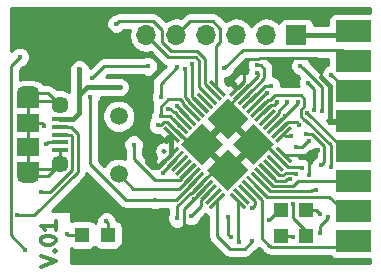
<source format=gtl>
%TF.GenerationSoftware,KiCad,Pcbnew,4.0.7*%
%TF.CreationDate,2017-11-19T11:54:36+08:00*%
%TF.ProjectId,ST-Link V2.1,53542D4C696E6B2056322E312E6B6963,rev?*%
%TF.FileFunction,Copper,L1,Top,Signal*%
%FSLAX46Y46*%
G04 Gerber Fmt 4.6, Leading zero omitted, Abs format (unit mm)*
G04 Created by KiCad (PCBNEW 4.0.7) date 11/19/17 11:54:36*
%MOMM*%
%LPD*%
G01*
G04 APERTURE LIST*
%ADD10C,0.100000*%
%ADD11C,0.325000*%
%ADD12C,0.300000*%
%ADD13R,1.900000X1.500000*%
%ADD14C,1.450000*%
%ADD15R,1.350000X0.400000*%
%ADD16O,1.900000X1.200000*%
%ADD17R,1.900000X1.200000*%
%ADD18R,1.700000X1.700000*%
%ADD19O,1.700000X1.700000*%
%ADD20C,1.500000*%
%ADD21R,1.200000X1.200000*%
%ADD22C,0.453000*%
%ADD23C,0.450000*%
%ADD24C,0.400000*%
%ADD25C,0.250000*%
%ADD26C,0.600000*%
%ADD27C,0.254000*%
G04 APERTURE END LIST*
D10*
D11*
X121888095Y-119755952D02*
X123188095Y-119322619D01*
X121888095Y-118889286D01*
X123064286Y-118455952D02*
X123126190Y-118394047D01*
X123188095Y-118455952D01*
X123126190Y-118517857D01*
X123064286Y-118455952D01*
X123188095Y-118455952D01*
X121888095Y-117589285D02*
X121888095Y-117465476D01*
X121950000Y-117341666D01*
X122011905Y-117279761D01*
X122135714Y-117217857D01*
X122383333Y-117155952D01*
X122692857Y-117155952D01*
X122940476Y-117217857D01*
X123064286Y-117279761D01*
X123126190Y-117341666D01*
X123188095Y-117465476D01*
X123188095Y-117589285D01*
X123126190Y-117713095D01*
X123064286Y-117774999D01*
X122940476Y-117836904D01*
X122692857Y-117898809D01*
X122383333Y-117898809D01*
X122135714Y-117836904D01*
X122011905Y-117774999D01*
X121950000Y-117713095D01*
X121888095Y-117589285D01*
X123188095Y-115917857D02*
X123188095Y-116660714D01*
X123188095Y-116289285D02*
X121888095Y-116289285D01*
X122073810Y-116413095D01*
X122197619Y-116536904D01*
X122259524Y-116660714D01*
D12*
X132400842Y-109997535D02*
G75*
G03X132400842Y-109997535I-72802J0D01*
G01*
D13*
X120820200Y-109600000D03*
D14*
X123520200Y-106100000D03*
D15*
X123520200Y-107950000D03*
X123520200Y-107300000D03*
X123520200Y-109900000D03*
X123520200Y-109250000D03*
X123520200Y-108600000D03*
D14*
X123520200Y-111100000D03*
D13*
X120820200Y-107600000D03*
D16*
X120820200Y-105100000D03*
X120820200Y-112100000D03*
D17*
X120820200Y-111500000D03*
X120820200Y-105700000D03*
D10*
G36*
X146900000Y-100720000D02*
X146900000Y-98920000D01*
X149900000Y-98920000D01*
X149900000Y-100720000D01*
X146900000Y-100720000D01*
X146900000Y-100720000D01*
G37*
G36*
X146900000Y-103260000D02*
X146900000Y-101460000D01*
X149900000Y-101460000D01*
X149900000Y-103260000D01*
X146900000Y-103260000D01*
X146900000Y-103260000D01*
G37*
G36*
X146900000Y-105800000D02*
X146900000Y-104000000D01*
X149900000Y-104000000D01*
X149900000Y-105800000D01*
X146900000Y-105800000D01*
X146900000Y-105800000D01*
G37*
G36*
X146900000Y-108340000D02*
X146900000Y-106540000D01*
X149900000Y-106540000D01*
X149900000Y-108340000D01*
X146900000Y-108340000D01*
X146900000Y-108340000D01*
G37*
G36*
X146900000Y-110880000D02*
X146900000Y-109080000D01*
X149900000Y-109080000D01*
X149900000Y-110880000D01*
X146900000Y-110880000D01*
X146900000Y-110880000D01*
G37*
G36*
X146900000Y-113420000D02*
X146900000Y-111620000D01*
X149900000Y-111620000D01*
X149900000Y-113420000D01*
X146900000Y-113420000D01*
X146900000Y-113420000D01*
G37*
G36*
X146900000Y-115960000D02*
X146900000Y-114160000D01*
X149900000Y-114160000D01*
X149900000Y-115960000D01*
X146900000Y-115960000D01*
X146900000Y-115960000D01*
G37*
G36*
X146900000Y-118500000D02*
X146900000Y-116700000D01*
X149900000Y-116700000D01*
X149900000Y-118500000D01*
X146900000Y-118500000D01*
X146900000Y-118500000D01*
G37*
D18*
X143535400Y-100177600D03*
D19*
X140995400Y-100177600D03*
X138455400Y-100177600D03*
X135915400Y-100177600D03*
X133375400Y-100177600D03*
X130835400Y-100177600D03*
D20*
X128498600Y-111912400D03*
X128498600Y-107032400D03*
D21*
X127592000Y-117068600D03*
X125392000Y-117068600D03*
X144380912Y-117156150D03*
X144380912Y-114956150D03*
X142223600Y-117177000D03*
X142223600Y-114977000D03*
D10*
G36*
X133473553Y-109276285D02*
X132236117Y-108038849D01*
X132448249Y-107826717D01*
X133685685Y-109064153D01*
X133473553Y-109276285D01*
X133473553Y-109276285D01*
G37*
G36*
X133827106Y-108922732D02*
X132589670Y-107685296D01*
X132801802Y-107473164D01*
X134039238Y-108710600D01*
X133827106Y-108922732D01*
X133827106Y-108922732D01*
G37*
G36*
X134180660Y-108569178D02*
X132943224Y-107331742D01*
X133155356Y-107119610D01*
X134392792Y-108357046D01*
X134180660Y-108569178D01*
X134180660Y-108569178D01*
G37*
G36*
X134534213Y-108215625D02*
X133296777Y-106978189D01*
X133508909Y-106766057D01*
X134746345Y-108003493D01*
X134534213Y-108215625D01*
X134534213Y-108215625D01*
G37*
G36*
X134887766Y-107862072D02*
X133650330Y-106624636D01*
X133862462Y-106412504D01*
X135099898Y-107649940D01*
X134887766Y-107862072D01*
X134887766Y-107862072D01*
G37*
G36*
X134216016Y-106058950D02*
X135453452Y-107296386D01*
X135241320Y-107508518D01*
X134003884Y-106271082D01*
X134216016Y-106058950D01*
X134216016Y-106058950D01*
G37*
G36*
X135594873Y-107154965D02*
X134357437Y-105917529D01*
X134569569Y-105705397D01*
X135807005Y-106942833D01*
X135594873Y-107154965D01*
X135594873Y-107154965D01*
G37*
G36*
X135948427Y-106801411D02*
X134710991Y-105563975D01*
X134923123Y-105351843D01*
X136160559Y-106589279D01*
X135948427Y-106801411D01*
X135948427Y-106801411D01*
G37*
G36*
X136301980Y-106447858D02*
X135064544Y-105210422D01*
X135276676Y-104998290D01*
X136514112Y-106235726D01*
X136301980Y-106447858D01*
X136301980Y-106447858D01*
G37*
G36*
X136655533Y-106094305D02*
X135418097Y-104856869D01*
X135630229Y-104644737D01*
X136867665Y-105882173D01*
X136655533Y-106094305D01*
X136655533Y-106094305D01*
G37*
G36*
X137009087Y-105740751D02*
X135771651Y-104503315D01*
X135983783Y-104291183D01*
X137221219Y-105528619D01*
X137009087Y-105740751D01*
X137009087Y-105740751D01*
G37*
G36*
X137362640Y-105387198D02*
X136125204Y-104149762D01*
X136337336Y-103937630D01*
X137574772Y-105175066D01*
X137362640Y-105387198D01*
X137362640Y-105387198D01*
G37*
G36*
X135807005Y-111892581D02*
X134569569Y-113130017D01*
X134357437Y-112917885D01*
X135594873Y-111680449D01*
X135807005Y-111892581D01*
X135807005Y-111892581D01*
G37*
G36*
X135453452Y-111539028D02*
X134216016Y-112776464D01*
X134003884Y-112564332D01*
X135241320Y-111326896D01*
X135453452Y-111539028D01*
X135453452Y-111539028D01*
G37*
G36*
X135099898Y-111185474D02*
X133862462Y-112422910D01*
X133650330Y-112210778D01*
X134887766Y-110973342D01*
X135099898Y-111185474D01*
X135099898Y-111185474D01*
G37*
G36*
X134746345Y-110831921D02*
X133508909Y-112069357D01*
X133296777Y-111857225D01*
X134534213Y-110619789D01*
X134746345Y-110831921D01*
X134746345Y-110831921D01*
G37*
G36*
X134392792Y-110478368D02*
X133155356Y-111715804D01*
X132943224Y-111503672D01*
X134180660Y-110266236D01*
X134392792Y-110478368D01*
X134392792Y-110478368D01*
G37*
G36*
X134039238Y-110124814D02*
X132801802Y-111362250D01*
X132589670Y-111150118D01*
X133827106Y-109912682D01*
X134039238Y-110124814D01*
X134039238Y-110124814D01*
G37*
G36*
X136160559Y-112246135D02*
X134923123Y-113483571D01*
X134710991Y-113271439D01*
X135948427Y-112034003D01*
X136160559Y-112246135D01*
X136160559Y-112246135D01*
G37*
G36*
X133685685Y-109771261D02*
X132448249Y-111008697D01*
X132236117Y-110796565D01*
X133473553Y-109559129D01*
X133685685Y-109771261D01*
X133685685Y-109771261D01*
G37*
G36*
X136514112Y-112599688D02*
X135276676Y-113837124D01*
X135064544Y-113624992D01*
X136301980Y-112387556D01*
X136514112Y-112599688D01*
X136514112Y-112599688D01*
G37*
G36*
X136867665Y-112953241D02*
X135630229Y-114190677D01*
X135418097Y-113978545D01*
X136655533Y-112741109D01*
X136867665Y-112953241D01*
X136867665Y-112953241D01*
G37*
G36*
X137221219Y-113306795D02*
X135983783Y-114544231D01*
X135771651Y-114332099D01*
X137009087Y-113094663D01*
X137221219Y-113306795D01*
X137221219Y-113306795D01*
G37*
G36*
X137574772Y-113660348D02*
X136337336Y-114897784D01*
X136125204Y-114685652D01*
X137362640Y-113448216D01*
X137574772Y-113660348D01*
X137574772Y-113660348D01*
G37*
G36*
X141216372Y-112776464D02*
X139978936Y-111539028D01*
X140191068Y-111326896D01*
X141428504Y-112564332D01*
X141216372Y-112776464D01*
X141216372Y-112776464D01*
G37*
G36*
X140862819Y-113130017D02*
X139625383Y-111892581D01*
X139837515Y-111680449D01*
X141074951Y-112917885D01*
X140862819Y-113130017D01*
X140862819Y-113130017D01*
G37*
G36*
X140509265Y-113483571D02*
X139271829Y-112246135D01*
X139483961Y-112034003D01*
X140721397Y-113271439D01*
X140509265Y-113483571D01*
X140509265Y-113483571D01*
G37*
G36*
X140155712Y-113837124D02*
X138918276Y-112599688D01*
X139130408Y-112387556D01*
X140367844Y-113624992D01*
X140155712Y-113837124D01*
X140155712Y-113837124D01*
G37*
G36*
X139802159Y-114190677D02*
X138564723Y-112953241D01*
X138776855Y-112741109D01*
X140014291Y-113978545D01*
X139802159Y-114190677D01*
X139802159Y-114190677D01*
G37*
G36*
X139448605Y-114544231D02*
X138211169Y-113306795D01*
X138423301Y-113094663D01*
X139660737Y-114332099D01*
X139448605Y-114544231D01*
X139448605Y-114544231D01*
G37*
G36*
X139095052Y-114897784D02*
X137857616Y-113660348D01*
X138069748Y-113448216D01*
X139307184Y-114685652D01*
X139095052Y-114897784D01*
X139095052Y-114897784D01*
G37*
G36*
X141569926Y-112422910D02*
X140332490Y-111185474D01*
X140544622Y-110973342D01*
X141782058Y-112210778D01*
X141569926Y-112422910D01*
X141569926Y-112422910D01*
G37*
G36*
X141923479Y-112069357D02*
X140686043Y-110831921D01*
X140898175Y-110619789D01*
X142135611Y-111857225D01*
X141923479Y-112069357D01*
X141923479Y-112069357D01*
G37*
G36*
X142277032Y-111715804D02*
X141039596Y-110478368D01*
X141251728Y-110266236D01*
X142489164Y-111503672D01*
X142277032Y-111715804D01*
X142277032Y-111715804D01*
G37*
G36*
X142630586Y-111362250D02*
X141393150Y-110124814D01*
X141605282Y-109912682D01*
X142842718Y-111150118D01*
X142630586Y-111362250D01*
X142630586Y-111362250D01*
G37*
G36*
X142984139Y-111008697D02*
X141746703Y-109771261D01*
X141958835Y-109559129D01*
X143196271Y-110796565D01*
X142984139Y-111008697D01*
X142984139Y-111008697D01*
G37*
G36*
X141074951Y-105917529D02*
X139837515Y-107154965D01*
X139625383Y-106942833D01*
X140862819Y-105705397D01*
X141074951Y-105917529D01*
X141074951Y-105917529D01*
G37*
G36*
X141428504Y-106271082D02*
X140191068Y-107508518D01*
X139978936Y-107296386D01*
X141216372Y-106058950D01*
X141428504Y-106271082D01*
X141428504Y-106271082D01*
G37*
G36*
X140721397Y-105563975D02*
X139483961Y-106801411D01*
X139271829Y-106589279D01*
X140509265Y-105351843D01*
X140721397Y-105563975D01*
X140721397Y-105563975D01*
G37*
G36*
X140367844Y-105210422D02*
X139130408Y-106447858D01*
X138918276Y-106235726D01*
X140155712Y-104998290D01*
X140367844Y-105210422D01*
X140367844Y-105210422D01*
G37*
G36*
X140014291Y-104856869D02*
X138776855Y-106094305D01*
X138564723Y-105882173D01*
X139802159Y-104644737D01*
X140014291Y-104856869D01*
X140014291Y-104856869D01*
G37*
G36*
X139660737Y-104503315D02*
X138423301Y-105740751D01*
X138211169Y-105528619D01*
X139448605Y-104291183D01*
X139660737Y-104503315D01*
X139660737Y-104503315D01*
G37*
G36*
X139307184Y-104149762D02*
X138069748Y-105387198D01*
X137857616Y-105175066D01*
X139095052Y-103937630D01*
X139307184Y-104149762D01*
X139307184Y-104149762D01*
G37*
G36*
X141782058Y-106624636D02*
X140544622Y-107862072D01*
X140332490Y-107649940D01*
X141569926Y-106412504D01*
X141782058Y-106624636D01*
X141782058Y-106624636D01*
G37*
G36*
X142135611Y-106978189D02*
X140898175Y-108215625D01*
X140686043Y-108003493D01*
X141923479Y-106766057D01*
X142135611Y-106978189D01*
X142135611Y-106978189D01*
G37*
G36*
X142489164Y-107331742D02*
X141251728Y-108569178D01*
X141039596Y-108357046D01*
X142277032Y-107119610D01*
X142489164Y-107331742D01*
X142489164Y-107331742D01*
G37*
G36*
X142842718Y-107685296D02*
X141605282Y-108922732D01*
X141393150Y-108710600D01*
X142630586Y-107473164D01*
X142842718Y-107685296D01*
X142842718Y-107685296D01*
G37*
G36*
X143196271Y-108038849D02*
X141958835Y-109276285D01*
X141746703Y-109064153D01*
X142984139Y-107826717D01*
X143196271Y-108038849D01*
X143196271Y-108038849D01*
G37*
G36*
X135524163Y-111185474D02*
X133756396Y-109417707D01*
X135524163Y-107649940D01*
X137291930Y-109417707D01*
X135524163Y-111185474D01*
X135524163Y-111185474D01*
G37*
G36*
X139908225Y-111185474D02*
X138140458Y-109417707D01*
X139908225Y-107649940D01*
X141675992Y-109417707D01*
X139908225Y-111185474D01*
X139908225Y-111185474D01*
G37*
G36*
X137716194Y-108993443D02*
X135948427Y-107225676D01*
X137716194Y-105457909D01*
X139483961Y-107225676D01*
X137716194Y-108993443D01*
X137716194Y-108993443D01*
G37*
G36*
X137716194Y-113377505D02*
X135948427Y-111609738D01*
X137716194Y-109841971D01*
X139483961Y-111609738D01*
X137716194Y-113377505D01*
X137716194Y-113377505D01*
G37*
D22*
X126531000Y-115150000D03*
X131290000Y-111320000D03*
X144605679Y-111968491D03*
D23*
X145363428Y-109866556D03*
X143258924Y-114443176D03*
X146370000Y-107430000D03*
D22*
X139166600Y-102973463D03*
X121100000Y-100900000D03*
X135077200Y-117297200D03*
X130860800Y-107797600D03*
X134899400Y-114046000D03*
X128574800Y-104571800D03*
X125170000Y-103060000D03*
D23*
X143290000Y-117220000D03*
D22*
X145567400Y-115316000D03*
X121950000Y-113475000D03*
D23*
X144461289Y-106762427D03*
D22*
X142748000Y-105867200D03*
X144600000Y-109100000D03*
X143525102Y-109638555D03*
D23*
X145700000Y-106600000D03*
D22*
X145190000Y-113298518D03*
X143870000Y-102740000D03*
X146447894Y-111318415D03*
D23*
X139825238Y-117579991D03*
X138730000Y-117699991D03*
D22*
X120125000Y-102025000D03*
X120575000Y-118325000D03*
X145600000Y-111200000D03*
X144349652Y-108496883D03*
D23*
X145057272Y-106502970D03*
D22*
X144538745Y-104188039D03*
X145580000Y-116920000D03*
X146260000Y-115570000D03*
D23*
X141878669Y-105861469D03*
D22*
X141401731Y-104474250D03*
X141086874Y-105059212D03*
X128300000Y-99200000D03*
X143120000Y-108700000D03*
D23*
X132673969Y-106424991D03*
X134086600Y-103054981D03*
X132043964Y-107022340D03*
X134747000Y-102607209D03*
X134611209Y-115491203D03*
D22*
X146499053Y-103514621D03*
X137414000Y-102971600D03*
X140206389Y-102701509D03*
D23*
X139807856Y-114789995D03*
D22*
X143810000Y-107740000D03*
X143675000Y-105800000D03*
D23*
X142594249Y-107014533D03*
X126110000Y-105387811D03*
D22*
X131590000Y-114110000D03*
D23*
X122200000Y-107850000D03*
D22*
X124125000Y-117000000D03*
X138020000Y-117290000D03*
X141210000Y-115830002D03*
X137790000Y-115593499D03*
X143988012Y-111400000D03*
X140248975Y-103359202D03*
X131826000Y-107772200D03*
D23*
X133451600Y-115685389D03*
X129760000Y-109424989D03*
X126267591Y-103792480D03*
X130985009Y-102812552D03*
D22*
X119898491Y-115424998D03*
X122375000Y-109350000D03*
D23*
X133409607Y-106152400D03*
D22*
X132062414Y-105407999D03*
X133451600Y-102844600D03*
X127450000Y-115925000D03*
X143020099Y-112350008D03*
X143500000Y-111890000D03*
X132218009Y-111818009D03*
D24*
X146425000Y-104507800D02*
X146425000Y-107375000D01*
X146425000Y-107375000D02*
X146370000Y-107430000D01*
X145600000Y-103682800D02*
X146425000Y-104507800D01*
X131290000Y-111320000D02*
X131295000Y-111325000D01*
X131295000Y-111325000D02*
X131825000Y-111325000D01*
X131825000Y-111325000D02*
X132300000Y-110850000D01*
D25*
X132500000Y-110650000D02*
X132300000Y-110850000D01*
D24*
X132925538Y-108586864D02*
X132925538Y-110224462D01*
D25*
X132960901Y-110283913D02*
X132960901Y-110289099D01*
X132960901Y-110289099D02*
X132600000Y-110650000D01*
X132600000Y-110650000D02*
X132500000Y-110650000D01*
X144610000Y-110619984D02*
X144605679Y-110624305D01*
X144605679Y-110624305D02*
X144605679Y-111968491D01*
X142471487Y-110283913D02*
X144273929Y-110283913D01*
X144273929Y-110283913D02*
X144610000Y-110619984D01*
X144610000Y-110619984D02*
X145363428Y-109866556D01*
X130860800Y-107797600D02*
X130860800Y-104089200D01*
X130860800Y-104089200D02*
X132180000Y-102770000D01*
X145600000Y-103682800D02*
X145600000Y-102520000D01*
X145600000Y-102520000D02*
X145213400Y-102133400D01*
X145213400Y-102133400D02*
X141884400Y-102133400D01*
D24*
X130860800Y-110890800D02*
X131290000Y-111320000D01*
X130860800Y-107797600D02*
X130860800Y-110890800D01*
D25*
X143258924Y-115608924D02*
X143258924Y-114443176D01*
X144380912Y-117156150D02*
X144380912Y-116730912D01*
X144380912Y-116730912D02*
X143258924Y-115608924D01*
D24*
X148400000Y-107440000D02*
X146380000Y-107440000D01*
X146380000Y-107440000D02*
X146370000Y-107430000D01*
D25*
X138582400Y-104662414D02*
X139150000Y-104094814D01*
X139150000Y-104094814D02*
X139150000Y-102990063D01*
X139150000Y-102990063D02*
X139166600Y-102973463D01*
X141884400Y-102133400D02*
X140366600Y-102133400D01*
X140366600Y-102133400D02*
X140350000Y-102150000D01*
X140350000Y-102150000D02*
X139525000Y-102150000D01*
X139525000Y-102150000D02*
X139166600Y-102508400D01*
X139166600Y-102508400D02*
X139166600Y-102973463D01*
X141859000Y-102158800D02*
X141884400Y-102133400D01*
X132960901Y-110283913D02*
X132960901Y-108551501D01*
X130860800Y-107797600D02*
X130860800Y-108115798D01*
X134061200Y-116281200D02*
X135077200Y-117297200D01*
X134061200Y-114884200D02*
X134061200Y-116281200D01*
X134899400Y-114046000D02*
X134061200Y-114884200D01*
X130860800Y-106959400D02*
X130860800Y-107797600D01*
X135789328Y-113112340D02*
X134899400Y-114002268D01*
X134899400Y-114002268D02*
X134899400Y-114046000D01*
D24*
X128574800Y-104571800D02*
X125858200Y-104571800D01*
X125858200Y-104571800D02*
X125171200Y-105258800D01*
X125171200Y-104598400D02*
X125170000Y-104597200D01*
X125171200Y-105258800D02*
X125171200Y-104598400D01*
X125170000Y-104597200D02*
X125170000Y-103060000D01*
X123520200Y-107300000D02*
X124595200Y-107300000D01*
X124595200Y-107300000D02*
X125170000Y-106725200D01*
X125170000Y-106725200D02*
X125170000Y-104597200D01*
X123520200Y-107300000D02*
X123995200Y-107300000D01*
D25*
X143247000Y-117177000D02*
X143290000Y-117220000D01*
X142223600Y-117177000D02*
X143247000Y-117177000D01*
X144380912Y-114956150D02*
X145207550Y-114956150D01*
X145207550Y-114956150D02*
X145567400Y-115316000D01*
X122670319Y-113475000D02*
X121950000Y-113475000D01*
X124570200Y-111575119D02*
X122670319Y-113475000D01*
X124570200Y-108725000D02*
X124570200Y-111575119D01*
X123520200Y-108600000D02*
X124445200Y-108600000D01*
X124445200Y-108600000D02*
X124570200Y-108725000D01*
X147453862Y-109755000D02*
X144461289Y-106762427D01*
X148350000Y-109755000D02*
X147453862Y-109755000D01*
X141410827Y-107490841D02*
X141410827Y-107455501D01*
X142748000Y-105892000D02*
X142748000Y-105867200D01*
X141410827Y-107455501D02*
X142107067Y-106759261D01*
X142107067Y-106759261D02*
X142107067Y-106532933D01*
X142107067Y-106532933D02*
X142748000Y-105892000D01*
X143525102Y-109638555D02*
X143563657Y-109600000D01*
X143563657Y-109600000D02*
X144000000Y-109600000D01*
X144000000Y-109600000D02*
X144500000Y-109100000D01*
X144500000Y-109100000D02*
X144600000Y-109100000D01*
X145700000Y-104540000D02*
X145700000Y-106600000D01*
X144126499Y-102966499D02*
X145700000Y-104540000D01*
X144096499Y-102966499D02*
X144126499Y-102966499D01*
X143870000Y-102740000D02*
X144096499Y-102966499D01*
X144869681Y-113298518D02*
X145190000Y-113298518D01*
X144768180Y-113400019D02*
X144869681Y-113298518D01*
X141344953Y-113400019D02*
X144768180Y-113400019D01*
X140350167Y-112405233D02*
X141344953Y-113400019D01*
X141132503Y-105647845D02*
X141310123Y-105647845D01*
X144226500Y-106183215D02*
X143911289Y-106498426D01*
X144226500Y-105546500D02*
X144226500Y-106183215D01*
X144197288Y-107312427D02*
X144311232Y-107312427D01*
X146447894Y-109449089D02*
X146447894Y-111318415D01*
X143911289Y-107026428D02*
X144197288Y-107312427D01*
X143911289Y-106498426D02*
X143911289Y-107026428D01*
X141709468Y-105248500D02*
X143928500Y-105248500D01*
X143928500Y-105248500D02*
X144226500Y-105546500D01*
X141310123Y-105647845D02*
X141709468Y-105248500D01*
X140350167Y-106430181D02*
X141132503Y-105647845D01*
X144311232Y-107312427D02*
X146447894Y-109449089D01*
X139155229Y-118250000D02*
X139825238Y-117579991D01*
X136849988Y-114173000D02*
X136849988Y-117206209D01*
X136849988Y-117206209D02*
X137893779Y-118250000D01*
X137893779Y-118250000D02*
X139155229Y-118250000D01*
X138582400Y-114173000D02*
X138582400Y-117552391D01*
X138582400Y-117552391D02*
X138730000Y-117699991D01*
X120575000Y-118325000D02*
X119346990Y-117096990D01*
X119346990Y-102803010D02*
X120125000Y-102025000D01*
X119346990Y-117096990D02*
X119346990Y-102803010D01*
X145926499Y-110873501D02*
X145600000Y-111200000D01*
X144859278Y-108496883D02*
X145926499Y-109564104D01*
X145926499Y-109564104D02*
X145926499Y-110873501D01*
X144349652Y-108496883D02*
X144859278Y-108496883D01*
X145057272Y-104706566D02*
X145057272Y-106502970D01*
X144538745Y-104188039D02*
X145057272Y-104706566D01*
X146260000Y-115570000D02*
X146260000Y-115620000D01*
X146260000Y-115620000D02*
X145570000Y-116310000D01*
X145570000Y-116310000D02*
X145570000Y-116910000D01*
X145570000Y-116910000D02*
X145580000Y-116920000D01*
X141435301Y-106087495D02*
X141652643Y-106087495D01*
X141428490Y-106094306D02*
X141435301Y-106087495D01*
X140703720Y-106783734D02*
X141393148Y-106094306D01*
X141393148Y-106094306D02*
X141428490Y-106094306D01*
X141652643Y-106087495D02*
X141878669Y-105861469D01*
X140891884Y-104474250D02*
X141401731Y-104474250D01*
X139643060Y-105723074D02*
X140891884Y-104474250D01*
X141014028Y-105059212D02*
X141086874Y-105059212D01*
X139996613Y-106076627D02*
X141014028Y-105059212D01*
X131371802Y-98975001D02*
X128524999Y-98975001D01*
X132156200Y-100761800D02*
X132156200Y-99759399D01*
X135102600Y-101498400D02*
X132892800Y-101498400D01*
X128524999Y-98975001D02*
X128300000Y-99200000D01*
X132156200Y-99759399D02*
X131371802Y-98975001D01*
X135800195Y-102195995D02*
X135102600Y-101498400D01*
X132892800Y-101498400D02*
X132156200Y-100761800D01*
X135800195Y-104319727D02*
X135800195Y-102195995D01*
X136496435Y-105015967D02*
X135800195Y-104319727D01*
X143120000Y-108700000D02*
X142619986Y-108700000D01*
X142619986Y-108700000D02*
X142471487Y-108551501D01*
X132868196Y-106424991D02*
X132673969Y-106424991D01*
X133145606Y-106702401D02*
X132868196Y-106424991D01*
X134021561Y-107490841D02*
X133233121Y-106702401D01*
X133233121Y-106702401D02*
X133145606Y-106702401D01*
X135082221Y-106430181D02*
X135082221Y-106394839D01*
X135082221Y-106394839D02*
X134385982Y-105698600D01*
X134385982Y-105698600D02*
X134385982Y-105663242D01*
X134385982Y-105663242D02*
X134086600Y-105363860D01*
X134086600Y-105363860D02*
X134086600Y-103054981D01*
X134728668Y-106783734D02*
X133935972Y-105991038D01*
X133935972Y-105991038D02*
X133935972Y-105849642D01*
X133935972Y-105849642D02*
X133679442Y-105593112D01*
X133679442Y-105593112D02*
X132663832Y-105593112D01*
X132663832Y-105593112D02*
X132043964Y-106212980D01*
X132043964Y-106212980D02*
X132043964Y-107022340D01*
X134728668Y-106783734D02*
X134794934Y-106850000D01*
X134794934Y-106850000D02*
X134830274Y-106850000D01*
X133668008Y-107844394D02*
X133632666Y-107844394D01*
X133632666Y-107844394D02*
X132813272Y-107025000D01*
X132813272Y-107025000D02*
X132364822Y-107025000D01*
X132364822Y-107025000D02*
X132362162Y-107022340D01*
X132362162Y-107022340D02*
X132043964Y-107022340D01*
X135435775Y-106076627D02*
X134747000Y-105387852D01*
X134747000Y-105387852D02*
X134747000Y-105352512D01*
X134747000Y-105068332D02*
X134747000Y-102607209D01*
X134747000Y-105352512D02*
X134739535Y-105345047D01*
X134739535Y-105345047D02*
X134739535Y-105075797D01*
X134739535Y-105075797D02*
X134747000Y-105068332D01*
X135446642Y-114655770D02*
X134611209Y-115491203D01*
X135446642Y-114162132D02*
X135446642Y-114655770D01*
X136142881Y-113465893D02*
X135446642Y-114162132D01*
X147659432Y-104675000D02*
X146499053Y-103514621D01*
X148350000Y-104675000D02*
X147659432Y-104675000D01*
X137414000Y-102971600D02*
X138996310Y-101389290D01*
X138996310Y-101389290D02*
X147429290Y-101389290D01*
X147429290Y-101389290D02*
X148400000Y-102360000D01*
X148350000Y-102135000D02*
X147823391Y-101608391D01*
X133375400Y-100177600D02*
X134550400Y-99002600D01*
X137090400Y-100741601D02*
X136720000Y-101112001D01*
X136720000Y-104530000D02*
X136849988Y-104659988D01*
X134550400Y-99002600D02*
X136479401Y-99002600D01*
X136479401Y-99002600D02*
X137090400Y-99613599D01*
X137090400Y-99613599D02*
X137090400Y-100741601D01*
X136720000Y-101112001D02*
X136720000Y-104530000D01*
X136849988Y-104659988D02*
X136849988Y-104662414D01*
X139289507Y-105369521D02*
X140840000Y-103819028D01*
X140840000Y-103819028D02*
X140840000Y-103014801D01*
X140840000Y-103014801D02*
X140526708Y-102701509D01*
X140526708Y-102701509D02*
X140206389Y-102701509D01*
X140032855Y-114564996D02*
X139807856Y-114789995D01*
X140032855Y-114209241D02*
X140032855Y-114564996D01*
X139289507Y-113465893D02*
X140032855Y-114209241D01*
X142153274Y-108197948D02*
X142849514Y-107501708D01*
X142849514Y-107501708D02*
X143571708Y-107501708D01*
X143571708Y-107501708D02*
X143810000Y-107740000D01*
X142117934Y-108197948D02*
X142153274Y-108197948D01*
X143675000Y-105933782D02*
X143675000Y-105800000D01*
X142594249Y-107014533D02*
X143675000Y-105933782D01*
X142594241Y-107014533D02*
X142594249Y-107014533D01*
X141764380Y-107844394D02*
X142594241Y-107014533D01*
X133342114Y-114110000D02*
X131590000Y-114110000D01*
X135046881Y-112405233D02*
X133342114Y-114110000D01*
X135082221Y-112405233D02*
X135046881Y-112405233D01*
X131590000Y-114110000D02*
X129105199Y-114110000D01*
X129105199Y-114110000D02*
X126110000Y-111114801D01*
X126110000Y-111114801D02*
X126110000Y-105387811D01*
X120820200Y-105100000D02*
X120820200Y-105700000D01*
X120820200Y-112100000D02*
X120820200Y-111500000D01*
X120820200Y-112100000D02*
X122520200Y-112100000D01*
X122520200Y-112100000D02*
X123520200Y-111100000D01*
X120820200Y-105700000D02*
X123120200Y-105700000D01*
X123120200Y-105700000D02*
X123520200Y-106100000D01*
X122200000Y-107779800D02*
X122200000Y-107850000D01*
X120820200Y-107600000D02*
X122020200Y-107600000D01*
X122020200Y-107600000D02*
X122200000Y-107779800D01*
X124193600Y-117068600D02*
X124125000Y-117000000D01*
X125392000Y-117068600D02*
X124193600Y-117068600D01*
X122520200Y-105100000D02*
X120820200Y-105100000D01*
X123520200Y-106100000D02*
X122520200Y-105100000D01*
D24*
X143535400Y-100177600D02*
X148042400Y-100177600D01*
X148042400Y-100177600D02*
X148400000Y-99820000D01*
D25*
X138935953Y-105015967D02*
X138935953Y-104980627D01*
X138935953Y-104980627D02*
X140260000Y-103656580D01*
X140260000Y-103656580D02*
X140260000Y-103370227D01*
X140260000Y-103370227D02*
X140248975Y-103359202D01*
X137790000Y-117060000D02*
X138020000Y-117290000D01*
X137790000Y-115593499D02*
X137790000Y-117060000D01*
X142223600Y-114977000D02*
X142177000Y-114977000D01*
X142177000Y-114977000D02*
X142160000Y-114960000D01*
X142160000Y-114960000D02*
X142080002Y-114960000D01*
X142080002Y-114960000D02*
X141210000Y-115830002D01*
D26*
X137716194Y-107225676D02*
X135524163Y-109417707D01*
X139908225Y-109417707D02*
X137716194Y-107225676D01*
X137716194Y-111609738D02*
X139908225Y-109417707D01*
X135524163Y-109417707D02*
X137716194Y-111609738D01*
D25*
X142818967Y-111338499D02*
X143926511Y-111338499D01*
X142117934Y-110637466D02*
X142818967Y-111338499D01*
X143926511Y-111338499D02*
X143988012Y-111400000D01*
X132582874Y-107501708D02*
X132313624Y-107501708D01*
X133279114Y-108197948D02*
X132582874Y-107501708D01*
X133314454Y-108197948D02*
X133279114Y-108197948D01*
X132313624Y-107501708D02*
X132043132Y-107772200D01*
X132043132Y-107772200D02*
X131826000Y-107772200D01*
X137716194Y-111609738D02*
X136584824Y-111609738D01*
X136584824Y-111609738D02*
X135435775Y-112758787D01*
X139908225Y-109417707D02*
X140898175Y-109417707D01*
X140898175Y-109417707D02*
X142117934Y-110637466D01*
X138935953Y-105015967D02*
X137716194Y-106235726D01*
X137716194Y-106235726D02*
X137716194Y-107225676D01*
X133314454Y-108197948D02*
X134534213Y-109417707D01*
X134534213Y-109417707D02*
X135524163Y-109417707D01*
X134592525Y-113495999D02*
X133451600Y-114636924D01*
X134698563Y-113495999D02*
X134592525Y-113495999D01*
X133451600Y-114636924D02*
X133451600Y-115685389D01*
X135435775Y-112758787D02*
X134698563Y-113495999D01*
X120820200Y-107600000D02*
X120820200Y-105700000D01*
X120820200Y-109600000D02*
X120820200Y-107600000D01*
X120820200Y-111500000D02*
X120820200Y-109600000D01*
X120820200Y-111500000D02*
X123120200Y-111500000D01*
X123120200Y-111500000D02*
X123520200Y-111100000D01*
X123520200Y-111100000D02*
X123520200Y-109900000D01*
X133451600Y-113157000D02*
X133623348Y-113157000D01*
X133451600Y-113157000D02*
X133629400Y-113157000D01*
X128498600Y-111912400D02*
X129743200Y-113157000D01*
X129743200Y-113157000D02*
X133451600Y-113157000D01*
X133629400Y-113157000D02*
X133928148Y-112858252D01*
X133928148Y-112858252D02*
X133928148Y-112852200D01*
X133928148Y-112852200D02*
X134137400Y-112642948D01*
X134728668Y-112051680D02*
X133623348Y-113157000D01*
X134728668Y-112051680D02*
X134137400Y-112642948D01*
X133623348Y-113157000D02*
X134137400Y-112642948D01*
X134728668Y-112051680D02*
X134693326Y-112051680D01*
X134375114Y-111698126D02*
X133678874Y-112394366D01*
X129760000Y-110616222D02*
X129760000Y-109424989D01*
X133678874Y-112394366D02*
X131538144Y-112394366D01*
X131538144Y-112394366D02*
X129760000Y-110616222D01*
X134375114Y-111698126D02*
X134339774Y-111698126D01*
X134375114Y-111698126D02*
X134358632Y-111698126D01*
X127247519Y-102812552D02*
X126267591Y-103792480D01*
X130985009Y-102812552D02*
X127247519Y-102812552D01*
X121356729Y-115424998D02*
X119898491Y-115424998D01*
X125020209Y-111761518D02*
X121356729Y-115424998D01*
X125020209Y-108525009D02*
X125020209Y-111761518D01*
X123520200Y-107950000D02*
X124445200Y-107950000D01*
X124445200Y-107950000D02*
X125020209Y-108525009D01*
X122475000Y-109250000D02*
X122375000Y-109350000D01*
X123520200Y-109250000D02*
X122475000Y-109250000D01*
X134375114Y-107137288D02*
X133409607Y-106171781D01*
X133409607Y-106171781D02*
X133409607Y-106152400D01*
X133451600Y-102844600D02*
X133451600Y-102873400D01*
X133451600Y-102873400D02*
X132062414Y-104262586D01*
X132062414Y-104262586D02*
X132062414Y-105407999D01*
X127592000Y-117068600D02*
X127592000Y-116067000D01*
X127592000Y-116067000D02*
X127450000Y-115925000D01*
X135322401Y-104549041D02*
X135322401Y-102354611D01*
X136142881Y-105369521D02*
X135322401Y-104549041D01*
X132715000Y-102057200D02*
X130835400Y-100177600D01*
X135322401Y-102354611D02*
X135024990Y-102057200D01*
X135024990Y-102057200D02*
X132715000Y-102057200D01*
X143274991Y-112950009D02*
X143673500Y-112551500D01*
X143673500Y-112551500D02*
X146768500Y-112551500D01*
X146800000Y-112520000D02*
X148400000Y-112520000D01*
X140703720Y-112051680D02*
X141602049Y-112950009D01*
X146768500Y-112551500D02*
X146800000Y-112520000D01*
X141602049Y-112950009D02*
X143274991Y-112950009D01*
X148146500Y-112498500D02*
X148350000Y-112295000D01*
X147335000Y-114835000D02*
X148350000Y-114835000D01*
X146350027Y-113850027D02*
X147335000Y-114835000D01*
X139996613Y-112758787D02*
X141087853Y-113850027D01*
X141087853Y-113850027D02*
X146350027Y-113850027D01*
X139643060Y-113112340D02*
X140635279Y-114104559D01*
X140635279Y-114104559D02*
X140635279Y-117373680D01*
X140635279Y-117373680D02*
X141261599Y-118000000D01*
X141298600Y-118037001D02*
X141371599Y-118110000D01*
X141261599Y-118000000D02*
X141298600Y-118000000D01*
X141298600Y-118000000D02*
X141298600Y-118037001D01*
X141371599Y-118110000D02*
X147960000Y-118110000D01*
X147960000Y-118110000D02*
X147960000Y-118040000D01*
X147960000Y-118040000D02*
X148400000Y-117600000D01*
X147500000Y-117375000D02*
X148350000Y-117375000D01*
X141057274Y-111698126D02*
X141859148Y-112500000D01*
X141859148Y-112500000D02*
X142588880Y-112500000D01*
X142738872Y-112350008D02*
X143020099Y-112350008D01*
X142588880Y-112500000D02*
X142738872Y-112350008D01*
X141410827Y-111344573D02*
X142107067Y-112040813D01*
X142107067Y-112040813D02*
X142411657Y-112040813D01*
X142411657Y-112040813D02*
X142653971Y-111798499D01*
X142653971Y-111798499D02*
X143408499Y-111798499D01*
X143408499Y-111798499D02*
X143500000Y-111890000D01*
X132218009Y-111733911D02*
X132218009Y-111818009D01*
X133314454Y-110637466D02*
X132218009Y-111733911D01*
D27*
G36*
X128567798Y-114647401D02*
X128814360Y-114812148D01*
X129105199Y-114870000D01*
X131173807Y-114870000D01*
X131417885Y-114971350D01*
X131760611Y-114971649D01*
X132006621Y-114870000D01*
X132691600Y-114870000D01*
X132691600Y-115273108D01*
X132591750Y-115513574D01*
X132591451Y-115855703D01*
X132722103Y-116171903D01*
X132963813Y-116414036D01*
X133279785Y-116545239D01*
X133621914Y-116545538D01*
X133938114Y-116414886D01*
X134130533Y-116222803D01*
X134439394Y-116351053D01*
X134781523Y-116351352D01*
X135097723Y-116220700D01*
X135339856Y-115978990D01*
X135440428Y-115736786D01*
X135850574Y-115326640D01*
X135879527Y-115355593D01*
X136077230Y-115490678D01*
X136089988Y-115493446D01*
X136089988Y-117206209D01*
X136147840Y-117497048D01*
X136312587Y-117743610D01*
X137356378Y-118787401D01*
X137602939Y-118952148D01*
X137893779Y-119010000D01*
X139155229Y-119010000D01*
X139446068Y-118952148D01*
X139692630Y-118787401D01*
X140071112Y-118408919D01*
X140311752Y-118309488D01*
X140404099Y-118217302D01*
X140724198Y-118537401D01*
X140746379Y-118552222D01*
X140761199Y-118574402D01*
X140834198Y-118647401D01*
X141080759Y-118812148D01*
X141371599Y-118870000D01*
X146383504Y-118870000D01*
X146435910Y-118951441D01*
X146648110Y-119096431D01*
X146900000Y-119147440D01*
X149790000Y-119147440D01*
X149790000Y-119440000D01*
X124437500Y-119440000D01*
X124437500Y-118194921D01*
X124540110Y-118265031D01*
X124792000Y-118316040D01*
X125992000Y-118316040D01*
X126227317Y-118271762D01*
X126443441Y-118132690D01*
X126491134Y-118062889D01*
X126527910Y-118120041D01*
X126740110Y-118265031D01*
X126992000Y-118316040D01*
X128192000Y-118316040D01*
X128427317Y-118271762D01*
X128643441Y-118132690D01*
X128788431Y-117920490D01*
X128839440Y-117668600D01*
X128839440Y-116468600D01*
X128795162Y-116233283D01*
X128656090Y-116017159D01*
X128443890Y-115872169D01*
X128311570Y-115845373D01*
X128311649Y-115754389D01*
X128180770Y-115437637D01*
X127938638Y-115195082D01*
X127622115Y-115063650D01*
X127279389Y-115063351D01*
X126962637Y-115194230D01*
X126720082Y-115436362D01*
X126588650Y-115752885D01*
X126588457Y-115973688D01*
X126540559Y-116004510D01*
X126492866Y-116074311D01*
X126456090Y-116017159D01*
X126243890Y-115872169D01*
X125992000Y-115821160D01*
X124792000Y-115821160D01*
X124556683Y-115865438D01*
X124437500Y-115942130D01*
X124437500Y-115035238D01*
X122821291Y-115035238D01*
X125557610Y-112298919D01*
X125722357Y-112052357D01*
X125763901Y-111843504D01*
X128567798Y-114647401D01*
X128567798Y-114647401D01*
G37*
X128567798Y-114647401D02*
X128814360Y-114812148D01*
X129105199Y-114870000D01*
X131173807Y-114870000D01*
X131417885Y-114971350D01*
X131760611Y-114971649D01*
X132006621Y-114870000D01*
X132691600Y-114870000D01*
X132691600Y-115273108D01*
X132591750Y-115513574D01*
X132591451Y-115855703D01*
X132722103Y-116171903D01*
X132963813Y-116414036D01*
X133279785Y-116545239D01*
X133621914Y-116545538D01*
X133938114Y-116414886D01*
X134130533Y-116222803D01*
X134439394Y-116351053D01*
X134781523Y-116351352D01*
X135097723Y-116220700D01*
X135339856Y-115978990D01*
X135440428Y-115736786D01*
X135850574Y-115326640D01*
X135879527Y-115355593D01*
X136077230Y-115490678D01*
X136089988Y-115493446D01*
X136089988Y-117206209D01*
X136147840Y-117497048D01*
X136312587Y-117743610D01*
X137356378Y-118787401D01*
X137602939Y-118952148D01*
X137893779Y-119010000D01*
X139155229Y-119010000D01*
X139446068Y-118952148D01*
X139692630Y-118787401D01*
X140071112Y-118408919D01*
X140311752Y-118309488D01*
X140404099Y-118217302D01*
X140724198Y-118537401D01*
X140746379Y-118552222D01*
X140761199Y-118574402D01*
X140834198Y-118647401D01*
X141080759Y-118812148D01*
X141371599Y-118870000D01*
X146383504Y-118870000D01*
X146435910Y-118951441D01*
X146648110Y-119096431D01*
X146900000Y-119147440D01*
X149790000Y-119147440D01*
X149790000Y-119440000D01*
X124437500Y-119440000D01*
X124437500Y-118194921D01*
X124540110Y-118265031D01*
X124792000Y-118316040D01*
X125992000Y-118316040D01*
X126227317Y-118271762D01*
X126443441Y-118132690D01*
X126491134Y-118062889D01*
X126527910Y-118120041D01*
X126740110Y-118265031D01*
X126992000Y-118316040D01*
X128192000Y-118316040D01*
X128427317Y-118271762D01*
X128643441Y-118132690D01*
X128788431Y-117920490D01*
X128839440Y-117668600D01*
X128839440Y-116468600D01*
X128795162Y-116233283D01*
X128656090Y-116017159D01*
X128443890Y-115872169D01*
X128311570Y-115845373D01*
X128311649Y-115754389D01*
X128180770Y-115437637D01*
X127938638Y-115195082D01*
X127622115Y-115063650D01*
X127279389Y-115063351D01*
X126962637Y-115194230D01*
X126720082Y-115436362D01*
X126588650Y-115752885D01*
X126588457Y-115973688D01*
X126540559Y-116004510D01*
X126492866Y-116074311D01*
X126456090Y-116017159D01*
X126243890Y-115872169D01*
X125992000Y-115821160D01*
X124792000Y-115821160D01*
X124556683Y-115865438D01*
X124437500Y-115942130D01*
X124437500Y-115035238D01*
X122821291Y-115035238D01*
X125557610Y-112298919D01*
X125722357Y-112052357D01*
X125763901Y-111843504D01*
X128567798Y-114647401D01*
G36*
X144507912Y-117029150D02*
X144527912Y-117029150D01*
X144527912Y-117283150D01*
X144507912Y-117283150D01*
X144507912Y-117303150D01*
X144253912Y-117303150D01*
X144253912Y-117283150D01*
X144233912Y-117283150D01*
X144233912Y-117029150D01*
X144253912Y-117029150D01*
X144253912Y-117009150D01*
X144507912Y-117009150D01*
X144507912Y-117029150D01*
X144507912Y-117029150D01*
G37*
X144507912Y-117029150D02*
X144527912Y-117029150D01*
X144527912Y-117283150D01*
X144507912Y-117283150D01*
X144507912Y-117303150D01*
X144253912Y-117303150D01*
X144253912Y-117283150D01*
X144233912Y-117283150D01*
X144233912Y-117029150D01*
X144253912Y-117029150D01*
X144253912Y-117009150D01*
X144507912Y-117009150D01*
X144507912Y-117029150D01*
G36*
X149790000Y-98272560D02*
X146900000Y-98272560D01*
X146664683Y-98316838D01*
X146448559Y-98455910D01*
X146303569Y-98668110D01*
X146252560Y-98920000D01*
X146252560Y-99342600D01*
X145032840Y-99342600D01*
X145032840Y-99327600D01*
X144988562Y-99092283D01*
X144849490Y-98876159D01*
X144637290Y-98731169D01*
X144385400Y-98680160D01*
X142685400Y-98680160D01*
X142450083Y-98724438D01*
X142233959Y-98863510D01*
X142088969Y-99075710D01*
X142075314Y-99143141D01*
X142045454Y-99098453D01*
X141563685Y-98776546D01*
X140995400Y-98663507D01*
X140427115Y-98776546D01*
X139945346Y-99098453D01*
X139725400Y-99427626D01*
X139505454Y-99098453D01*
X139023685Y-98776546D01*
X138455400Y-98663507D01*
X137887115Y-98776546D01*
X137552039Y-99000436D01*
X137016802Y-98465199D01*
X136770240Y-98300452D01*
X136479401Y-98242600D01*
X134550400Y-98242600D01*
X134259561Y-98300452D01*
X134012999Y-98465199D01*
X133741808Y-98736390D01*
X133375400Y-98663507D01*
X132807115Y-98776546D01*
X132472039Y-99000436D01*
X131909203Y-98437600D01*
X131662641Y-98272853D01*
X131371802Y-98215001D01*
X128524999Y-98215001D01*
X128234160Y-98272853D01*
X128136126Y-98338357D01*
X128129389Y-98338351D01*
X127812637Y-98469230D01*
X127570082Y-98711362D01*
X127438650Y-99027885D01*
X127438351Y-99370611D01*
X127569230Y-99687363D01*
X127811362Y-99929918D01*
X128127885Y-100061350D01*
X128470611Y-100061649D01*
X128787363Y-99930770D01*
X128983474Y-99735001D01*
X129432652Y-99735001D01*
X129350400Y-100148507D01*
X129350400Y-100206693D01*
X129463439Y-100774978D01*
X129785346Y-101256747D01*
X130267115Y-101578654D01*
X130835400Y-101691693D01*
X131201808Y-101618810D01*
X132177599Y-102594601D01*
X132424161Y-102759348D01*
X132479785Y-102770413D01*
X131525013Y-103725185D01*
X131360266Y-103971747D01*
X131302414Y-104262586D01*
X131302414Y-104991806D01*
X131201064Y-105235884D01*
X131200765Y-105578610D01*
X131331644Y-105895362D01*
X131348456Y-105912203D01*
X131341816Y-105922141D01*
X131283964Y-106212980D01*
X131283964Y-106610059D01*
X131184114Y-106850525D01*
X131183815Y-107192654D01*
X131184789Y-107195010D01*
X131096082Y-107283562D01*
X130964650Y-107600085D01*
X130964351Y-107942811D01*
X131095230Y-108259563D01*
X131337362Y-108502118D01*
X131653885Y-108633550D01*
X131915428Y-108633778D01*
X132307224Y-109025574D01*
X132660777Y-108672021D01*
X132840382Y-108851626D01*
X132515072Y-109176936D01*
X132328040Y-109139733D01*
X131999773Y-109205029D01*
X131721482Y-109390977D01*
X131535534Y-109669268D01*
X131470238Y-109997535D01*
X131535534Y-110325802D01*
X131659941Y-110511991D01*
X131643223Y-110536459D01*
X131588739Y-110787621D01*
X131636263Y-111040192D01*
X131692632Y-111125187D01*
X131518047Y-111299467D01*
X130520000Y-110301420D01*
X130520000Y-109837270D01*
X130619850Y-109596804D01*
X130620149Y-109254675D01*
X130489497Y-108938475D01*
X130247787Y-108696342D01*
X129931815Y-108565139D01*
X129589686Y-108564840D01*
X129273486Y-108695492D01*
X129031353Y-108937202D01*
X128900150Y-109253174D01*
X128899851Y-109595303D01*
X129000000Y-109837681D01*
X129000000Y-110616222D01*
X129001024Y-110621369D01*
X128775302Y-110527641D01*
X128224315Y-110527160D01*
X127715085Y-110737569D01*
X127325139Y-111126836D01*
X127287495Y-111217494D01*
X126870000Y-110799999D01*
X126870000Y-107306685D01*
X127113360Y-107306685D01*
X127323769Y-107815915D01*
X127713036Y-108205861D01*
X128221898Y-108417159D01*
X128772885Y-108417640D01*
X129282115Y-108207231D01*
X129672061Y-107817964D01*
X129883359Y-107309102D01*
X129883840Y-106758115D01*
X129673431Y-106248885D01*
X129284164Y-105858939D01*
X128775302Y-105647641D01*
X128224315Y-105647160D01*
X127715085Y-105857569D01*
X127325139Y-106246836D01*
X127113841Y-106755698D01*
X127113360Y-107306685D01*
X126870000Y-107306685D01*
X126870000Y-105800092D01*
X126969850Y-105559626D01*
X126969984Y-105406800D01*
X128339227Y-105406800D01*
X128402685Y-105433150D01*
X128745411Y-105433449D01*
X129062163Y-105302570D01*
X129304718Y-105060438D01*
X129436150Y-104743915D01*
X129436449Y-104401189D01*
X129305570Y-104084437D01*
X129063438Y-103841882D01*
X128746915Y-103710450D01*
X128404189Y-103710151D01*
X128339693Y-103736800D01*
X127398073Y-103736800D01*
X127562321Y-103572552D01*
X130572728Y-103572552D01*
X130813194Y-103672402D01*
X131155323Y-103672701D01*
X131471523Y-103542049D01*
X131713656Y-103300339D01*
X131844859Y-102984367D01*
X131845158Y-102642238D01*
X131714506Y-102326038D01*
X131472796Y-102083905D01*
X131156824Y-101952702D01*
X130814695Y-101952403D01*
X130572317Y-102052552D01*
X127247519Y-102052552D01*
X127004933Y-102100806D01*
X126956679Y-102110404D01*
X126710118Y-102275151D01*
X126031593Y-102953676D01*
X126031649Y-102889389D01*
X125900770Y-102572637D01*
X125658638Y-102330082D01*
X125342115Y-102198650D01*
X124999389Y-102198351D01*
X124682637Y-102329230D01*
X124440082Y-102571362D01*
X124308650Y-102887885D01*
X124308351Y-103230611D01*
X124335000Y-103295107D01*
X124335000Y-104991212D01*
X124291584Y-104947720D01*
X123791908Y-104740237D01*
X123250866Y-104739764D01*
X123239473Y-104744471D01*
X123057601Y-104562599D01*
X122811039Y-104397852D01*
X122520200Y-104340000D01*
X122150218Y-104340000D01*
X122074529Y-104226723D01*
X121673866Y-103959009D01*
X121201252Y-103865000D01*
X120439148Y-103865000D01*
X120106990Y-103931070D01*
X120106990Y-103117812D01*
X120368108Y-102856694D01*
X120612363Y-102755770D01*
X120854918Y-102513638D01*
X120986350Y-102197115D01*
X120986649Y-101854389D01*
X120855770Y-101537637D01*
X120613638Y-101295082D01*
X120297115Y-101163650D01*
X119954389Y-101163351D01*
X119637637Y-101294230D01*
X119410000Y-101521470D01*
X119410000Y-97860000D01*
X149790000Y-97860000D01*
X149790000Y-98272560D01*
X149790000Y-98272560D01*
G37*
X149790000Y-98272560D02*
X146900000Y-98272560D01*
X146664683Y-98316838D01*
X146448559Y-98455910D01*
X146303569Y-98668110D01*
X146252560Y-98920000D01*
X146252560Y-99342600D01*
X145032840Y-99342600D01*
X145032840Y-99327600D01*
X144988562Y-99092283D01*
X144849490Y-98876159D01*
X144637290Y-98731169D01*
X144385400Y-98680160D01*
X142685400Y-98680160D01*
X142450083Y-98724438D01*
X142233959Y-98863510D01*
X142088969Y-99075710D01*
X142075314Y-99143141D01*
X142045454Y-99098453D01*
X141563685Y-98776546D01*
X140995400Y-98663507D01*
X140427115Y-98776546D01*
X139945346Y-99098453D01*
X139725400Y-99427626D01*
X139505454Y-99098453D01*
X139023685Y-98776546D01*
X138455400Y-98663507D01*
X137887115Y-98776546D01*
X137552039Y-99000436D01*
X137016802Y-98465199D01*
X136770240Y-98300452D01*
X136479401Y-98242600D01*
X134550400Y-98242600D01*
X134259561Y-98300452D01*
X134012999Y-98465199D01*
X133741808Y-98736390D01*
X133375400Y-98663507D01*
X132807115Y-98776546D01*
X132472039Y-99000436D01*
X131909203Y-98437600D01*
X131662641Y-98272853D01*
X131371802Y-98215001D01*
X128524999Y-98215001D01*
X128234160Y-98272853D01*
X128136126Y-98338357D01*
X128129389Y-98338351D01*
X127812637Y-98469230D01*
X127570082Y-98711362D01*
X127438650Y-99027885D01*
X127438351Y-99370611D01*
X127569230Y-99687363D01*
X127811362Y-99929918D01*
X128127885Y-100061350D01*
X128470611Y-100061649D01*
X128787363Y-99930770D01*
X128983474Y-99735001D01*
X129432652Y-99735001D01*
X129350400Y-100148507D01*
X129350400Y-100206693D01*
X129463439Y-100774978D01*
X129785346Y-101256747D01*
X130267115Y-101578654D01*
X130835400Y-101691693D01*
X131201808Y-101618810D01*
X132177599Y-102594601D01*
X132424161Y-102759348D01*
X132479785Y-102770413D01*
X131525013Y-103725185D01*
X131360266Y-103971747D01*
X131302414Y-104262586D01*
X131302414Y-104991806D01*
X131201064Y-105235884D01*
X131200765Y-105578610D01*
X131331644Y-105895362D01*
X131348456Y-105912203D01*
X131341816Y-105922141D01*
X131283964Y-106212980D01*
X131283964Y-106610059D01*
X131184114Y-106850525D01*
X131183815Y-107192654D01*
X131184789Y-107195010D01*
X131096082Y-107283562D01*
X130964650Y-107600085D01*
X130964351Y-107942811D01*
X131095230Y-108259563D01*
X131337362Y-108502118D01*
X131653885Y-108633550D01*
X131915428Y-108633778D01*
X132307224Y-109025574D01*
X132660777Y-108672021D01*
X132840382Y-108851626D01*
X132515072Y-109176936D01*
X132328040Y-109139733D01*
X131999773Y-109205029D01*
X131721482Y-109390977D01*
X131535534Y-109669268D01*
X131470238Y-109997535D01*
X131535534Y-110325802D01*
X131659941Y-110511991D01*
X131643223Y-110536459D01*
X131588739Y-110787621D01*
X131636263Y-111040192D01*
X131692632Y-111125187D01*
X131518047Y-111299467D01*
X130520000Y-110301420D01*
X130520000Y-109837270D01*
X130619850Y-109596804D01*
X130620149Y-109254675D01*
X130489497Y-108938475D01*
X130247787Y-108696342D01*
X129931815Y-108565139D01*
X129589686Y-108564840D01*
X129273486Y-108695492D01*
X129031353Y-108937202D01*
X128900150Y-109253174D01*
X128899851Y-109595303D01*
X129000000Y-109837681D01*
X129000000Y-110616222D01*
X129001024Y-110621369D01*
X128775302Y-110527641D01*
X128224315Y-110527160D01*
X127715085Y-110737569D01*
X127325139Y-111126836D01*
X127287495Y-111217494D01*
X126870000Y-110799999D01*
X126870000Y-107306685D01*
X127113360Y-107306685D01*
X127323769Y-107815915D01*
X127713036Y-108205861D01*
X128221898Y-108417159D01*
X128772885Y-108417640D01*
X129282115Y-108207231D01*
X129672061Y-107817964D01*
X129883359Y-107309102D01*
X129883840Y-106758115D01*
X129673431Y-106248885D01*
X129284164Y-105858939D01*
X128775302Y-105647641D01*
X128224315Y-105647160D01*
X127715085Y-105857569D01*
X127325139Y-106246836D01*
X127113841Y-106755698D01*
X127113360Y-107306685D01*
X126870000Y-107306685D01*
X126870000Y-105800092D01*
X126969850Y-105559626D01*
X126969984Y-105406800D01*
X128339227Y-105406800D01*
X128402685Y-105433150D01*
X128745411Y-105433449D01*
X129062163Y-105302570D01*
X129304718Y-105060438D01*
X129436150Y-104743915D01*
X129436449Y-104401189D01*
X129305570Y-104084437D01*
X129063438Y-103841882D01*
X128746915Y-103710450D01*
X128404189Y-103710151D01*
X128339693Y-103736800D01*
X127398073Y-103736800D01*
X127562321Y-103572552D01*
X130572728Y-103572552D01*
X130813194Y-103672402D01*
X131155323Y-103672701D01*
X131471523Y-103542049D01*
X131713656Y-103300339D01*
X131844859Y-102984367D01*
X131845158Y-102642238D01*
X131714506Y-102326038D01*
X131472796Y-102083905D01*
X131156824Y-101952702D01*
X130814695Y-101952403D01*
X130572317Y-102052552D01*
X127247519Y-102052552D01*
X127004933Y-102100806D01*
X126956679Y-102110404D01*
X126710118Y-102275151D01*
X126031593Y-102953676D01*
X126031649Y-102889389D01*
X125900770Y-102572637D01*
X125658638Y-102330082D01*
X125342115Y-102198650D01*
X124999389Y-102198351D01*
X124682637Y-102329230D01*
X124440082Y-102571362D01*
X124308650Y-102887885D01*
X124308351Y-103230611D01*
X124335000Y-103295107D01*
X124335000Y-104991212D01*
X124291584Y-104947720D01*
X123791908Y-104740237D01*
X123250866Y-104739764D01*
X123239473Y-104744471D01*
X123057601Y-104562599D01*
X122811039Y-104397852D01*
X122520200Y-104340000D01*
X122150218Y-104340000D01*
X122074529Y-104226723D01*
X121673866Y-103959009D01*
X121201252Y-103865000D01*
X120439148Y-103865000D01*
X120106990Y-103931070D01*
X120106990Y-103117812D01*
X120368108Y-102856694D01*
X120612363Y-102755770D01*
X120854918Y-102513638D01*
X120986350Y-102197115D01*
X120986649Y-101854389D01*
X120855770Y-101537637D01*
X120613638Y-101295082D01*
X120297115Y-101163650D01*
X119954389Y-101163351D01*
X119637637Y-101294230D01*
X119410000Y-101521470D01*
X119410000Y-97860000D01*
X149790000Y-97860000D01*
X149790000Y-98272560D01*
G36*
X145166499Y-109878906D02*
X145166499Y-110446975D01*
X145112637Y-110469230D01*
X144870082Y-110711362D01*
X144752560Y-110994386D01*
X144718782Y-110912637D01*
X144476650Y-110670082D01*
X144160127Y-110538650D01*
X143817401Y-110538351D01*
X143793108Y-110548389D01*
X143747077Y-110478981D01*
X144012465Y-110369325D01*
X144027233Y-110354583D01*
X144290839Y-110302148D01*
X144537401Y-110137401D01*
X144713203Y-109961599D01*
X144770611Y-109961649D01*
X145087363Y-109830770D01*
X145102877Y-109815284D01*
X145166499Y-109878906D01*
X145166499Y-109878906D01*
G37*
X145166499Y-109878906D02*
X145166499Y-110446975D01*
X145112637Y-110469230D01*
X144870082Y-110711362D01*
X144752560Y-110994386D01*
X144718782Y-110912637D01*
X144476650Y-110670082D01*
X144160127Y-110538650D01*
X143817401Y-110538351D01*
X143793108Y-110548389D01*
X143747077Y-110478981D01*
X144012465Y-110369325D01*
X144027233Y-110354583D01*
X144290839Y-110302148D01*
X144537401Y-110137401D01*
X144713203Y-109961599D01*
X144770611Y-109961649D01*
X145087363Y-109830770D01*
X145102877Y-109815284D01*
X145166499Y-109878906D01*
G36*
X146252560Y-107313000D02*
X148273000Y-107313000D01*
X148273000Y-107293000D01*
X148527000Y-107293000D01*
X148527000Y-107313000D01*
X148547000Y-107313000D01*
X148547000Y-107567000D01*
X148527000Y-107567000D01*
X148527000Y-107587000D01*
X148273000Y-107587000D01*
X148273000Y-107567000D01*
X146340664Y-107567000D01*
X146127532Y-107353868D01*
X146186514Y-107329497D01*
X146252560Y-107263566D01*
X146252560Y-107313000D01*
X146252560Y-107313000D01*
G37*
X146252560Y-107313000D02*
X148273000Y-107313000D01*
X148273000Y-107293000D01*
X148527000Y-107293000D01*
X148527000Y-107313000D01*
X148547000Y-107313000D01*
X148547000Y-107567000D01*
X148527000Y-107567000D01*
X148527000Y-107587000D01*
X148273000Y-107587000D01*
X148273000Y-107567000D01*
X146340664Y-107567000D01*
X146127532Y-107353868D01*
X146186514Y-107329497D01*
X146252560Y-107263566D01*
X146252560Y-107313000D01*
G36*
X139476471Y-102212871D02*
X139345039Y-102529394D01*
X139344740Y-102872120D01*
X139431361Y-103081759D01*
X139387625Y-103187087D01*
X139387468Y-103366813D01*
X139355158Y-103344736D01*
X139103996Y-103290252D01*
X138851425Y-103337776D01*
X138637243Y-103479821D01*
X138108328Y-104008737D01*
X138461881Y-104362290D01*
X138282276Y-104541895D01*
X137928723Y-104188342D01*
X137716194Y-104400870D01*
X137480000Y-104164676D01*
X137480000Y-103833158D01*
X137584611Y-103833249D01*
X137901363Y-103702370D01*
X138143918Y-103460238D01*
X138245997Y-103214405D01*
X139311112Y-102149290D01*
X139540163Y-102149290D01*
X139476471Y-102212871D01*
X139476471Y-102212871D01*
G37*
X139476471Y-102212871D02*
X139345039Y-102529394D01*
X139344740Y-102872120D01*
X139431361Y-103081759D01*
X139387625Y-103187087D01*
X139387468Y-103366813D01*
X139355158Y-103344736D01*
X139103996Y-103290252D01*
X138851425Y-103337776D01*
X138637243Y-103479821D01*
X138108328Y-104008737D01*
X138461881Y-104362290D01*
X138282276Y-104541895D01*
X137928723Y-104188342D01*
X137716194Y-104400870D01*
X137480000Y-104164676D01*
X137480000Y-103833158D01*
X137584611Y-103833249D01*
X137901363Y-103702370D01*
X138143918Y-103460238D01*
X138245997Y-103214405D01*
X139311112Y-102149290D01*
X139540163Y-102149290D01*
X139476471Y-102212871D01*
G36*
X143140082Y-102251362D02*
X143008650Y-102567885D01*
X143008351Y-102910611D01*
X143139230Y-103227363D01*
X143381362Y-103469918D01*
X143678498Y-103593300D01*
X143801718Y-103716520D01*
X143677395Y-104015924D01*
X143677096Y-104358650D01*
X143730749Y-104488500D01*
X142263219Y-104488500D01*
X142263380Y-104303639D01*
X142132501Y-103986887D01*
X141890369Y-103744332D01*
X141600000Y-103623760D01*
X141600000Y-103014801D01*
X141542148Y-102723962D01*
X141377401Y-102477400D01*
X141064109Y-102164108D01*
X141041932Y-102149290D01*
X143242332Y-102149290D01*
X143140082Y-102251362D01*
X143140082Y-102251362D01*
G37*
X143140082Y-102251362D02*
X143008650Y-102567885D01*
X143008351Y-102910611D01*
X143139230Y-103227363D01*
X143381362Y-103469918D01*
X143678498Y-103593300D01*
X143801718Y-103716520D01*
X143677395Y-104015924D01*
X143677096Y-104358650D01*
X143730749Y-104488500D01*
X142263219Y-104488500D01*
X142263380Y-104303639D01*
X142132501Y-103986887D01*
X141890369Y-103744332D01*
X141600000Y-103623760D01*
X141600000Y-103014801D01*
X141542148Y-102723962D01*
X141377401Y-102477400D01*
X141064109Y-102164108D01*
X141041932Y-102149290D01*
X143242332Y-102149290D01*
X143140082Y-102251362D01*
G36*
X146252560Y-102684326D02*
X146011690Y-102783851D01*
X145769135Y-103025983D01*
X145637703Y-103342506D01*
X145637650Y-103402848D01*
X144680570Y-102445768D01*
X144600770Y-102252637D01*
X144497603Y-102149290D01*
X146252560Y-102149290D01*
X146252560Y-102684326D01*
X146252560Y-102684326D01*
G37*
X146252560Y-102684326D02*
X146011690Y-102783851D01*
X145769135Y-103025983D01*
X145637703Y-103342506D01*
X145637650Y-103402848D01*
X144680570Y-102445768D01*
X144600770Y-102252637D01*
X144497603Y-102149290D01*
X146252560Y-102149290D01*
X146252560Y-102684326D01*
G36*
X136042400Y-100050600D02*
X136062400Y-100050600D01*
X136062400Y-100304600D01*
X136042400Y-100304600D01*
X136042400Y-100324600D01*
X135788400Y-100324600D01*
X135788400Y-100304600D01*
X135768400Y-100304600D01*
X135768400Y-100050600D01*
X135788400Y-100050600D01*
X135788400Y-100030600D01*
X136042400Y-100030600D01*
X136042400Y-100050600D01*
X136042400Y-100050600D01*
G37*
X136042400Y-100050600D02*
X136062400Y-100050600D01*
X136062400Y-100304600D01*
X136042400Y-100304600D01*
X136042400Y-100324600D01*
X135788400Y-100324600D01*
X135788400Y-100304600D01*
X135768400Y-100304600D01*
X135768400Y-100050600D01*
X135788400Y-100050600D01*
X135788400Y-100030600D01*
X136042400Y-100030600D01*
X136042400Y-100050600D01*
M02*

</source>
